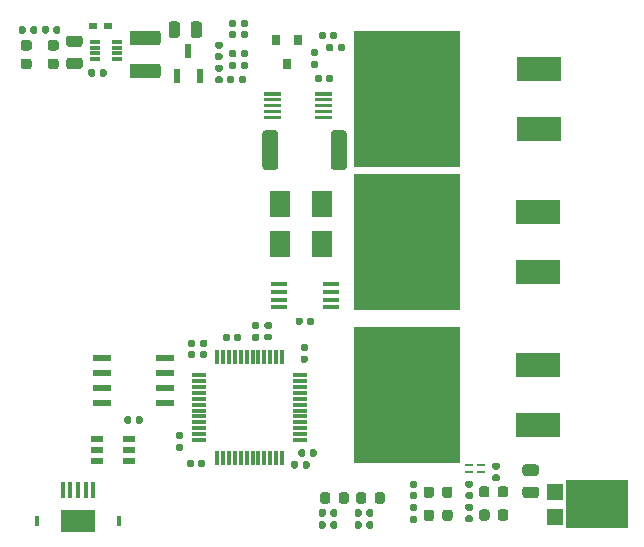
<source format=gbr>
G04 #@! TF.GenerationSoftware,KiCad,Pcbnew,5.1.6-c6e7f7d~87~ubuntu19.10.1*
G04 #@! TF.CreationDate,2021-03-17T15:36:07-04:00*
G04 #@! TF.ProjectId,icarus,69636172-7573-42e6-9b69-6361645f7063,V1.0*
G04 #@! TF.SameCoordinates,Original*
G04 #@! TF.FileFunction,Paste,Top*
G04 #@! TF.FilePolarity,Positive*
%FSLAX46Y46*%
G04 Gerber Fmt 4.6, Leading zero omitted, Abs format (unit mm)*
G04 Created by KiCad (PCBNEW 5.1.6-c6e7f7d~87~ubuntu19.10.1) date 2021-03-17 15:36:07*
%MOMM*%
%LPD*%
G01*
G04 APERTURE LIST*
%ADD10R,1.193800X0.304800*%
%ADD11R,0.304800X1.193800*%
%ADD12R,1.549400X0.609600*%
%ADD13R,3.810000X2.006600*%
%ADD14R,8.991600X11.506200*%
%ADD15R,0.762000X0.254000*%
%ADD16R,0.400000X1.350000*%
%ADD17R,2.900000X1.900000*%
%ADD18R,0.300000X0.850000*%
%ADD19R,1.651000X2.184400*%
%ADD20R,0.700000X0.500000*%
%ADD21R,0.800000X0.900000*%
%ADD22R,0.600000X1.300000*%
%ADD23R,0.850000X0.300000*%
%ADD24R,5.308600X4.140200*%
%ADD25R,1.346200X1.346200*%
%ADD26R,1.397000X0.431800*%
%ADD27R,1.000000X0.550000*%
G04 APERTURE END LIST*
D10*
G04 #@! TO.C,U2*
X142349999Y-116050000D03*
X142349999Y-115550001D03*
X142349999Y-115049999D03*
X142349999Y-114550000D03*
X142349999Y-114050001D03*
X142349999Y-113550000D03*
X142349999Y-113050000D03*
X142349999Y-112549999D03*
X142349999Y-112050000D03*
X142349999Y-111550001D03*
X142349999Y-111049999D03*
X142349999Y-110550000D03*
D11*
X140850000Y-109050001D03*
X140350001Y-109050001D03*
X139849999Y-109050001D03*
X139350000Y-109050001D03*
X138850001Y-109050001D03*
X138350000Y-109050001D03*
X137850000Y-109050001D03*
X137349999Y-109050001D03*
X136850000Y-109050001D03*
X136350001Y-109050001D03*
X135849999Y-109050001D03*
X135350000Y-109050001D03*
D10*
X133850001Y-110550000D03*
X133850001Y-111049999D03*
X133850001Y-111550001D03*
X133850001Y-112050000D03*
X133850001Y-112549999D03*
X133850001Y-113050000D03*
X133850001Y-113550000D03*
X133850001Y-114050001D03*
X133850001Y-114550000D03*
X133850001Y-115049999D03*
X133850001Y-115550001D03*
X133850001Y-116050000D03*
D11*
X135350000Y-117549999D03*
X135849999Y-117549999D03*
X136350001Y-117549999D03*
X136850000Y-117549999D03*
X137349999Y-117549999D03*
X137850000Y-117549999D03*
X138350000Y-117549999D03*
X138850001Y-117549999D03*
X139350000Y-117549999D03*
X139849999Y-117549999D03*
X140350001Y-117549999D03*
X140850000Y-117549999D03*
G04 #@! TD*
G04 #@! TO.C,R15*
G36*
G01*
X145185000Y-82652500D02*
X145185000Y-82997500D01*
G75*
G02*
X145037500Y-83145000I-147500J0D01*
G01*
X144742500Y-83145000D01*
G75*
G02*
X144595000Y-82997500I0J147500D01*
G01*
X144595000Y-82652500D01*
G75*
G02*
X144742500Y-82505000I147500J0D01*
G01*
X145037500Y-82505000D01*
G75*
G02*
X145185000Y-82652500I0J-147500D01*
G01*
G37*
G36*
G01*
X146155000Y-82652500D02*
X146155000Y-82997500D01*
G75*
G02*
X146007500Y-83145000I-147500J0D01*
G01*
X145712500Y-83145000D01*
G75*
G02*
X145565000Y-82997500I0J147500D01*
G01*
X145565000Y-82652500D01*
G75*
G02*
X145712500Y-82505000I147500J0D01*
G01*
X146007500Y-82505000D01*
G75*
G02*
X146155000Y-82652500I0J-147500D01*
G01*
G37*
G04 #@! TD*
G04 #@! TO.C,R7*
G36*
G01*
X137497500Y-80455000D02*
X137842500Y-80455000D01*
G75*
G02*
X137990000Y-80602500I0J-147500D01*
G01*
X137990000Y-80897500D01*
G75*
G02*
X137842500Y-81045000I-147500J0D01*
G01*
X137497500Y-81045000D01*
G75*
G02*
X137350000Y-80897500I0J147500D01*
G01*
X137350000Y-80602500D01*
G75*
G02*
X137497500Y-80455000I147500J0D01*
G01*
G37*
G36*
G01*
X137497500Y-81425000D02*
X137842500Y-81425000D01*
G75*
G02*
X137990000Y-81572500I0J-147500D01*
G01*
X137990000Y-81867500D01*
G75*
G02*
X137842500Y-82015000I-147500J0D01*
G01*
X137497500Y-82015000D01*
G75*
G02*
X137350000Y-81867500I0J147500D01*
G01*
X137350000Y-81572500D01*
G75*
G02*
X137497500Y-81425000I147500J0D01*
G01*
G37*
G04 #@! TD*
G04 #@! TO.C,R16*
G36*
G01*
X136842500Y-83635000D02*
X136497500Y-83635000D01*
G75*
G02*
X136350000Y-83487500I0J147500D01*
G01*
X136350000Y-83192500D01*
G75*
G02*
X136497500Y-83045000I147500J0D01*
G01*
X136842500Y-83045000D01*
G75*
G02*
X136990000Y-83192500I0J-147500D01*
G01*
X136990000Y-83487500D01*
G75*
G02*
X136842500Y-83635000I-147500J0D01*
G01*
G37*
G36*
G01*
X136842500Y-84605000D02*
X136497500Y-84605000D01*
G75*
G02*
X136350000Y-84457500I0J147500D01*
G01*
X136350000Y-84162500D01*
G75*
G02*
X136497500Y-84015000I147500J0D01*
G01*
X136842500Y-84015000D01*
G75*
G02*
X136990000Y-84162500I0J-147500D01*
G01*
X136990000Y-84457500D01*
G75*
G02*
X136842500Y-84605000I-147500J0D01*
G01*
G37*
G04 #@! TD*
G04 #@! TO.C,R9*
G36*
G01*
X136832500Y-82015000D02*
X136487500Y-82015000D01*
G75*
G02*
X136340000Y-81867500I0J147500D01*
G01*
X136340000Y-81572500D01*
G75*
G02*
X136487500Y-81425000I147500J0D01*
G01*
X136832500Y-81425000D01*
G75*
G02*
X136980000Y-81572500I0J-147500D01*
G01*
X136980000Y-81867500D01*
G75*
G02*
X136832500Y-82015000I-147500J0D01*
G01*
G37*
G36*
G01*
X136832500Y-81045000D02*
X136487500Y-81045000D01*
G75*
G02*
X136340000Y-80897500I0J147500D01*
G01*
X136340000Y-80602500D01*
G75*
G02*
X136487500Y-80455000I147500J0D01*
G01*
X136832500Y-80455000D01*
G75*
G02*
X136980000Y-80602500I0J-147500D01*
G01*
X136980000Y-80897500D01*
G75*
G02*
X136832500Y-81045000I-147500J0D01*
G01*
G37*
G04 #@! TD*
G04 #@! TO.C,C14*
G36*
G01*
X137180000Y-85682500D02*
X137180000Y-85337500D01*
G75*
G02*
X137327500Y-85190000I147500J0D01*
G01*
X137622500Y-85190000D01*
G75*
G02*
X137770000Y-85337500I0J-147500D01*
G01*
X137770000Y-85682500D01*
G75*
G02*
X137622500Y-85830000I-147500J0D01*
G01*
X137327500Y-85830000D01*
G75*
G02*
X137180000Y-85682500I0J147500D01*
G01*
G37*
G36*
G01*
X136210000Y-85682500D02*
X136210000Y-85337500D01*
G75*
G02*
X136357500Y-85190000I147500J0D01*
G01*
X136652500Y-85190000D01*
G75*
G02*
X136800000Y-85337500I0J-147500D01*
G01*
X136800000Y-85682500D01*
G75*
G02*
X136652500Y-85830000I-147500J0D01*
G01*
X136357500Y-85830000D01*
G75*
G02*
X136210000Y-85682500I0J147500D01*
G01*
G37*
G04 #@! TD*
G04 #@! TO.C,R14*
G36*
G01*
X137497500Y-83050000D02*
X137842500Y-83050000D01*
G75*
G02*
X137990000Y-83197500I0J-147500D01*
G01*
X137990000Y-83492500D01*
G75*
G02*
X137842500Y-83640000I-147500J0D01*
G01*
X137497500Y-83640000D01*
G75*
G02*
X137350000Y-83492500I0J147500D01*
G01*
X137350000Y-83197500D01*
G75*
G02*
X137497500Y-83050000I147500J0D01*
G01*
G37*
G36*
G01*
X137497500Y-84020000D02*
X137842500Y-84020000D01*
G75*
G02*
X137990000Y-84167500I0J-147500D01*
G01*
X137990000Y-84462500D01*
G75*
G02*
X137842500Y-84610000I-147500J0D01*
G01*
X137497500Y-84610000D01*
G75*
G02*
X137350000Y-84462500I0J147500D01*
G01*
X137350000Y-84167500D01*
G75*
G02*
X137497500Y-84020000I147500J0D01*
G01*
G37*
G04 #@! TD*
D12*
G04 #@! TO.C,U3*
X130970000Y-112945000D03*
X130970000Y-111675000D03*
X130970000Y-110405000D03*
X130970000Y-109135000D03*
X125570000Y-109135000D03*
X125570000Y-110405000D03*
X125570000Y-111675000D03*
X125570000Y-112945000D03*
G04 #@! TD*
D13*
G04 #@! TO.C,MOSFET5*
X162530399Y-101845000D03*
X162530399Y-96765000D03*
D14*
X151430398Y-99305000D03*
G04 #@! TD*
D13*
G04 #@! TO.C,MOSFET1*
X162505001Y-114765000D03*
X162505001Y-109685000D03*
D14*
X151405000Y-112225000D03*
G04 #@! TD*
D15*
G04 #@! TO.C,U15*
X156694400Y-118170000D03*
X156694400Y-118728800D03*
X157685000Y-118728800D03*
X157685000Y-118170000D03*
G04 #@! TD*
G04 #@! TO.C,C17*
G36*
G01*
X158772500Y-118940000D02*
X159117500Y-118940000D01*
G75*
G02*
X159265000Y-119087500I0J-147500D01*
G01*
X159265000Y-119382500D01*
G75*
G02*
X159117500Y-119530000I-147500J0D01*
G01*
X158772500Y-119530000D01*
G75*
G02*
X158625000Y-119382500I0J147500D01*
G01*
X158625000Y-119087500D01*
G75*
G02*
X158772500Y-118940000I147500J0D01*
G01*
G37*
G36*
G01*
X158772500Y-117970000D02*
X159117500Y-117970000D01*
G75*
G02*
X159265000Y-118117500I0J-147500D01*
G01*
X159265000Y-118412500D01*
G75*
G02*
X159117500Y-118560000I-147500J0D01*
G01*
X158772500Y-118560000D01*
G75*
G02*
X158625000Y-118412500I0J147500D01*
G01*
X158625000Y-118117500D01*
G75*
G02*
X158772500Y-117970000I147500J0D01*
G01*
G37*
G04 #@! TD*
D16*
G04 #@! TO.C,J4*
X122280000Y-120255000D03*
X122930000Y-120255000D03*
X123580000Y-120255000D03*
X124880000Y-120255000D03*
X124230000Y-120255000D03*
D17*
X123580000Y-122930000D03*
D18*
X127080000Y-122930000D03*
X120080000Y-122930000D03*
G04 #@! TD*
G04 #@! TO.C,U8*
G36*
G01*
X139305000Y-86845000D02*
X139305000Y-86635000D01*
G75*
G02*
X139340000Y-86600000I35000J0D01*
G01*
X140740000Y-86600000D01*
G75*
G02*
X140775000Y-86635000I0J-35000D01*
G01*
X140775000Y-86845000D01*
G75*
G02*
X140740000Y-86880000I-35000J0D01*
G01*
X139340000Y-86880000D01*
G75*
G02*
X139305000Y-86845000I0J35000D01*
G01*
G37*
G36*
G01*
X139305000Y-87345000D02*
X139305000Y-87135000D01*
G75*
G02*
X139340000Y-87100000I35000J0D01*
G01*
X140740000Y-87100000D01*
G75*
G02*
X140775000Y-87135000I0J-35000D01*
G01*
X140775000Y-87345000D01*
G75*
G02*
X140740000Y-87380000I-35000J0D01*
G01*
X139340000Y-87380000D01*
G75*
G02*
X139305000Y-87345000I0J35000D01*
G01*
G37*
G36*
G01*
X139305000Y-87845000D02*
X139305000Y-87635000D01*
G75*
G02*
X139340000Y-87600000I35000J0D01*
G01*
X140740000Y-87600000D01*
G75*
G02*
X140775000Y-87635000I0J-35000D01*
G01*
X140775000Y-87845000D01*
G75*
G02*
X140740000Y-87880000I-35000J0D01*
G01*
X139340000Y-87880000D01*
G75*
G02*
X139305000Y-87845000I0J35000D01*
G01*
G37*
G36*
G01*
X139305000Y-88345000D02*
X139305000Y-88135000D01*
G75*
G02*
X139340000Y-88100000I35000J0D01*
G01*
X140740000Y-88100000D01*
G75*
G02*
X140775000Y-88135000I0J-35000D01*
G01*
X140775000Y-88345000D01*
G75*
G02*
X140740000Y-88380000I-35000J0D01*
G01*
X139340000Y-88380000D01*
G75*
G02*
X139305000Y-88345000I0J35000D01*
G01*
G37*
G36*
G01*
X139305000Y-88845000D02*
X139305000Y-88635000D01*
G75*
G02*
X139340000Y-88600000I35000J0D01*
G01*
X140740000Y-88600000D01*
G75*
G02*
X140775000Y-88635000I0J-35000D01*
G01*
X140775000Y-88845000D01*
G75*
G02*
X140740000Y-88880000I-35000J0D01*
G01*
X139340000Y-88880000D01*
G75*
G02*
X139305000Y-88845000I0J35000D01*
G01*
G37*
G36*
G01*
X143605000Y-88845000D02*
X143605000Y-88635000D01*
G75*
G02*
X143640000Y-88600000I35000J0D01*
G01*
X145040000Y-88600000D01*
G75*
G02*
X145075000Y-88635000I0J-35000D01*
G01*
X145075000Y-88845000D01*
G75*
G02*
X145040000Y-88880000I-35000J0D01*
G01*
X143640000Y-88880000D01*
G75*
G02*
X143605000Y-88845000I0J35000D01*
G01*
G37*
G36*
G01*
X143605000Y-88345000D02*
X143605000Y-88135000D01*
G75*
G02*
X143640000Y-88100000I35000J0D01*
G01*
X145040000Y-88100000D01*
G75*
G02*
X145075000Y-88135000I0J-35000D01*
G01*
X145075000Y-88345000D01*
G75*
G02*
X145040000Y-88380000I-35000J0D01*
G01*
X143640000Y-88380000D01*
G75*
G02*
X143605000Y-88345000I0J35000D01*
G01*
G37*
G36*
G01*
X143605000Y-87845000D02*
X143605000Y-87635000D01*
G75*
G02*
X143640000Y-87600000I35000J0D01*
G01*
X145040000Y-87600000D01*
G75*
G02*
X145075000Y-87635000I0J-35000D01*
G01*
X145075000Y-87845000D01*
G75*
G02*
X145040000Y-87880000I-35000J0D01*
G01*
X143640000Y-87880000D01*
G75*
G02*
X143605000Y-87845000I0J35000D01*
G01*
G37*
G36*
G01*
X143605000Y-87345000D02*
X143605000Y-87135000D01*
G75*
G02*
X143640000Y-87100000I35000J0D01*
G01*
X145040000Y-87100000D01*
G75*
G02*
X145075000Y-87135000I0J-35000D01*
G01*
X145075000Y-87345000D01*
G75*
G02*
X145040000Y-87380000I-35000J0D01*
G01*
X143640000Y-87380000D01*
G75*
G02*
X143605000Y-87345000I0J35000D01*
G01*
G37*
G36*
G01*
X143605000Y-86845000D02*
X143605000Y-86635000D01*
G75*
G02*
X143640000Y-86600000I35000J0D01*
G01*
X145040000Y-86600000D01*
G75*
G02*
X145075000Y-86635000I0J-35000D01*
G01*
X145075000Y-86845000D01*
G75*
G02*
X145040000Y-86880000I-35000J0D01*
G01*
X143640000Y-86880000D01*
G75*
G02*
X143605000Y-86845000I0J35000D01*
G01*
G37*
G04 #@! TD*
G04 #@! TO.C,C1*
G36*
G01*
X127490000Y-114532500D02*
X127490000Y-114187500D01*
G75*
G02*
X127637500Y-114040000I147500J0D01*
G01*
X127932500Y-114040000D01*
G75*
G02*
X128080000Y-114187500I0J-147500D01*
G01*
X128080000Y-114532500D01*
G75*
G02*
X127932500Y-114680000I-147500J0D01*
G01*
X127637500Y-114680000D01*
G75*
G02*
X127490000Y-114532500I0J147500D01*
G01*
G37*
G36*
G01*
X128460000Y-114532500D02*
X128460000Y-114187500D01*
G75*
G02*
X128607500Y-114040000I147500J0D01*
G01*
X128902500Y-114040000D01*
G75*
G02*
X129050000Y-114187500I0J-147500D01*
G01*
X129050000Y-114532500D01*
G75*
G02*
X128902500Y-114680000I-147500J0D01*
G01*
X128607500Y-114680000D01*
G75*
G02*
X128460000Y-114532500I0J147500D01*
G01*
G37*
G04 #@! TD*
G04 #@! TO.C,C2*
G36*
G01*
X133110000Y-81756250D02*
X133110000Y-80843750D01*
G75*
G02*
X133353750Y-80600000I243750J0D01*
G01*
X133841250Y-80600000D01*
G75*
G02*
X134085000Y-80843750I0J-243750D01*
G01*
X134085000Y-81756250D01*
G75*
G02*
X133841250Y-82000000I-243750J0D01*
G01*
X133353750Y-82000000D01*
G75*
G02*
X133110000Y-81756250I0J243750D01*
G01*
G37*
G36*
G01*
X131235000Y-81756250D02*
X131235000Y-80843750D01*
G75*
G02*
X131478750Y-80600000I243750J0D01*
G01*
X131966250Y-80600000D01*
G75*
G02*
X132210000Y-80843750I0J-243750D01*
G01*
X132210000Y-81756250D01*
G75*
G02*
X131966250Y-82000000I-243750J0D01*
G01*
X131478750Y-82000000D01*
G75*
G02*
X131235000Y-81756250I0J243750D01*
G01*
G37*
G04 #@! TD*
G04 #@! TO.C,C3*
G36*
G01*
X124435000Y-85122500D02*
X124435000Y-84777500D01*
G75*
G02*
X124582500Y-84630000I147500J0D01*
G01*
X124877500Y-84630000D01*
G75*
G02*
X125025000Y-84777500I0J-147500D01*
G01*
X125025000Y-85122500D01*
G75*
G02*
X124877500Y-85270000I-147500J0D01*
G01*
X124582500Y-85270000D01*
G75*
G02*
X124435000Y-85122500I0J147500D01*
G01*
G37*
G36*
G01*
X125405000Y-85122500D02*
X125405000Y-84777500D01*
G75*
G02*
X125552500Y-84630000I147500J0D01*
G01*
X125847500Y-84630000D01*
G75*
G02*
X125995000Y-84777500I0J-147500D01*
G01*
X125995000Y-85122500D01*
G75*
G02*
X125847500Y-85270000I-147500J0D01*
G01*
X125552500Y-85270000D01*
G75*
G02*
X125405000Y-85122500I0J147500D01*
G01*
G37*
G04 #@! TD*
G04 #@! TO.C,C4*
G36*
G01*
X123716250Y-84645000D02*
X122803750Y-84645000D01*
G75*
G02*
X122560000Y-84401250I0J243750D01*
G01*
X122560000Y-83913750D01*
G75*
G02*
X122803750Y-83670000I243750J0D01*
G01*
X123716250Y-83670000D01*
G75*
G02*
X123960000Y-83913750I0J-243750D01*
G01*
X123960000Y-84401250D01*
G75*
G02*
X123716250Y-84645000I-243750J0D01*
G01*
G37*
G36*
G01*
X123716250Y-82770000D02*
X122803750Y-82770000D01*
G75*
G02*
X122560000Y-82526250I0J243750D01*
G01*
X122560000Y-82038750D01*
G75*
G02*
X122803750Y-81795000I243750J0D01*
G01*
X123716250Y-81795000D01*
G75*
G02*
X123960000Y-82038750I0J-243750D01*
G01*
X123960000Y-82526250D01*
G75*
G02*
X123716250Y-82770000I-243750J0D01*
G01*
G37*
G04 #@! TD*
G04 #@! TO.C,C6*
G36*
G01*
X144210000Y-85277500D02*
X144210000Y-85622500D01*
G75*
G02*
X144062500Y-85770000I-147500J0D01*
G01*
X143767500Y-85770000D01*
G75*
G02*
X143620000Y-85622500I0J147500D01*
G01*
X143620000Y-85277500D01*
G75*
G02*
X143767500Y-85130000I147500J0D01*
G01*
X144062500Y-85130000D01*
G75*
G02*
X144210000Y-85277500I0J-147500D01*
G01*
G37*
G36*
G01*
X145180000Y-85277500D02*
X145180000Y-85622500D01*
G75*
G02*
X145032500Y-85770000I-147500J0D01*
G01*
X144737500Y-85770000D01*
G75*
G02*
X144590000Y-85622500I0J147500D01*
G01*
X144590000Y-85277500D01*
G75*
G02*
X144737500Y-85130000I147500J0D01*
G01*
X145032500Y-85130000D01*
G75*
G02*
X145180000Y-85277500I0J-147500D01*
G01*
G37*
G04 #@! TD*
G04 #@! TO.C,C7*
G36*
G01*
X161443750Y-118112500D02*
X162356250Y-118112500D01*
G75*
G02*
X162600000Y-118356250I0J-243750D01*
G01*
X162600000Y-118843750D01*
G75*
G02*
X162356250Y-119087500I-243750J0D01*
G01*
X161443750Y-119087500D01*
G75*
G02*
X161200000Y-118843750I0J243750D01*
G01*
X161200000Y-118356250D01*
G75*
G02*
X161443750Y-118112500I243750J0D01*
G01*
G37*
G36*
G01*
X161443750Y-119987500D02*
X162356250Y-119987500D01*
G75*
G02*
X162600000Y-120231250I0J-243750D01*
G01*
X162600000Y-120718750D01*
G75*
G02*
X162356250Y-120962500I-243750J0D01*
G01*
X161443750Y-120962500D01*
G75*
G02*
X161200000Y-120718750I0J243750D01*
G01*
X161200000Y-120231250D01*
G75*
G02*
X161443750Y-119987500I243750J0D01*
G01*
G37*
G04 #@! TD*
G04 #@! TO.C,C8*
G36*
G01*
X136805000Y-107522500D02*
X136805000Y-107177500D01*
G75*
G02*
X136952500Y-107030000I147500J0D01*
G01*
X137247500Y-107030000D01*
G75*
G02*
X137395000Y-107177500I0J-147500D01*
G01*
X137395000Y-107522500D01*
G75*
G02*
X137247500Y-107670000I-147500J0D01*
G01*
X136952500Y-107670000D01*
G75*
G02*
X136805000Y-107522500I0J147500D01*
G01*
G37*
G36*
G01*
X135835000Y-107522500D02*
X135835000Y-107177500D01*
G75*
G02*
X135982500Y-107030000I147500J0D01*
G01*
X136277500Y-107030000D01*
G75*
G02*
X136425000Y-107177500I0J-147500D01*
G01*
X136425000Y-107522500D01*
G75*
G02*
X136277500Y-107670000I-147500J0D01*
G01*
X135982500Y-107670000D01*
G75*
G02*
X135835000Y-107522500I0J147500D01*
G01*
G37*
G04 #@! TD*
G04 #@! TO.C,C9*
G36*
G01*
X143185000Y-117312500D02*
X143185000Y-116967500D01*
G75*
G02*
X143332500Y-116820000I147500J0D01*
G01*
X143627500Y-116820000D01*
G75*
G02*
X143775000Y-116967500I0J-147500D01*
G01*
X143775000Y-117312500D01*
G75*
G02*
X143627500Y-117460000I-147500J0D01*
G01*
X143332500Y-117460000D01*
G75*
G02*
X143185000Y-117312500I0J147500D01*
G01*
G37*
G36*
G01*
X142215000Y-117312500D02*
X142215000Y-116967500D01*
G75*
G02*
X142362500Y-116820000I147500J0D01*
G01*
X142657500Y-116820000D01*
G75*
G02*
X142805000Y-116967500I0J-147500D01*
G01*
X142805000Y-117312500D01*
G75*
G02*
X142657500Y-117460000I-147500J0D01*
G01*
X142362500Y-117460000D01*
G75*
G02*
X142215000Y-117312500I0J147500D01*
G01*
G37*
G04 #@! TD*
G04 #@! TO.C,C10*
G36*
G01*
X134372500Y-109095000D02*
X134027500Y-109095000D01*
G75*
G02*
X133880000Y-108947500I0J147500D01*
G01*
X133880000Y-108652500D01*
G75*
G02*
X134027500Y-108505000I147500J0D01*
G01*
X134372500Y-108505000D01*
G75*
G02*
X134520000Y-108652500I0J-147500D01*
G01*
X134520000Y-108947500D01*
G75*
G02*
X134372500Y-109095000I-147500J0D01*
G01*
G37*
G36*
G01*
X134372500Y-108125000D02*
X134027500Y-108125000D01*
G75*
G02*
X133880000Y-107977500I0J147500D01*
G01*
X133880000Y-107682500D01*
G75*
G02*
X134027500Y-107535000I147500J0D01*
G01*
X134372500Y-107535000D01*
G75*
G02*
X134520000Y-107682500I0J-147500D01*
G01*
X134520000Y-107977500D01*
G75*
G02*
X134372500Y-108125000I-147500J0D01*
G01*
G37*
G04 #@! TD*
G04 #@! TO.C,C11*
G36*
G01*
X133352500Y-108125000D02*
X133007500Y-108125000D01*
G75*
G02*
X132860000Y-107977500I0J147500D01*
G01*
X132860000Y-107682500D01*
G75*
G02*
X133007500Y-107535000I147500J0D01*
G01*
X133352500Y-107535000D01*
G75*
G02*
X133500000Y-107682500I0J-147500D01*
G01*
X133500000Y-107977500D01*
G75*
G02*
X133352500Y-108125000I-147500J0D01*
G01*
G37*
G36*
G01*
X133352500Y-109095000D02*
X133007500Y-109095000D01*
G75*
G02*
X132860000Y-108947500I0J147500D01*
G01*
X132860000Y-108652500D01*
G75*
G02*
X133007500Y-108505000I147500J0D01*
G01*
X133352500Y-108505000D01*
G75*
G02*
X133500000Y-108652500I0J-147500D01*
G01*
X133500000Y-108947500D01*
G75*
G02*
X133352500Y-109095000I-147500J0D01*
G01*
G37*
G04 #@! TD*
G04 #@! TO.C,C12*
G36*
G01*
X132332500Y-116950000D02*
X131987500Y-116950000D01*
G75*
G02*
X131840000Y-116802500I0J147500D01*
G01*
X131840000Y-116507500D01*
G75*
G02*
X131987500Y-116360000I147500J0D01*
G01*
X132332500Y-116360000D01*
G75*
G02*
X132480000Y-116507500I0J-147500D01*
G01*
X132480000Y-116802500D01*
G75*
G02*
X132332500Y-116950000I-147500J0D01*
G01*
G37*
G36*
G01*
X132332500Y-115980000D02*
X131987500Y-115980000D01*
G75*
G02*
X131840000Y-115832500I0J147500D01*
G01*
X131840000Y-115537500D01*
G75*
G02*
X131987500Y-115390000I147500J0D01*
G01*
X132332500Y-115390000D01*
G75*
G02*
X132480000Y-115537500I0J-147500D01*
G01*
X132480000Y-115832500D01*
G75*
G02*
X132332500Y-115980000I-147500J0D01*
G01*
G37*
G04 #@! TD*
G04 #@! TO.C,C13*
G36*
G01*
X141615000Y-118312500D02*
X141615000Y-117967500D01*
G75*
G02*
X141762500Y-117820000I147500J0D01*
G01*
X142057500Y-117820000D01*
G75*
G02*
X142205000Y-117967500I0J-147500D01*
G01*
X142205000Y-118312500D01*
G75*
G02*
X142057500Y-118460000I-147500J0D01*
G01*
X141762500Y-118460000D01*
G75*
G02*
X141615000Y-118312500I0J147500D01*
G01*
G37*
G36*
G01*
X142585000Y-118312500D02*
X142585000Y-117967500D01*
G75*
G02*
X142732500Y-117820000I147500J0D01*
G01*
X143027500Y-117820000D01*
G75*
G02*
X143175000Y-117967500I0J-147500D01*
G01*
X143175000Y-118312500D01*
G75*
G02*
X143027500Y-118460000I-147500J0D01*
G01*
X142732500Y-118460000D01*
G75*
G02*
X142585000Y-118312500I0J147500D01*
G01*
G37*
G04 #@! TD*
G04 #@! TO.C,C15*
G36*
G01*
X142000000Y-106162500D02*
X142000000Y-105817500D01*
G75*
G02*
X142147500Y-105670000I147500J0D01*
G01*
X142442500Y-105670000D01*
G75*
G02*
X142590000Y-105817500I0J-147500D01*
G01*
X142590000Y-106162500D01*
G75*
G02*
X142442500Y-106310000I-147500J0D01*
G01*
X142147500Y-106310000D01*
G75*
G02*
X142000000Y-106162500I0J147500D01*
G01*
G37*
G36*
G01*
X142970000Y-106162500D02*
X142970000Y-105817500D01*
G75*
G02*
X143117500Y-105670000I147500J0D01*
G01*
X143412500Y-105670000D01*
G75*
G02*
X143560000Y-105817500I0J-147500D01*
G01*
X143560000Y-106162500D01*
G75*
G02*
X143412500Y-106310000I-147500J0D01*
G01*
X143117500Y-106310000D01*
G75*
G02*
X142970000Y-106162500I0J147500D01*
G01*
G37*
G04 #@! TD*
G04 #@! TO.C,C16*
G36*
G01*
X139847500Y-107615000D02*
X139502500Y-107615000D01*
G75*
G02*
X139355000Y-107467500I0J147500D01*
G01*
X139355000Y-107172500D01*
G75*
G02*
X139502500Y-107025000I147500J0D01*
G01*
X139847500Y-107025000D01*
G75*
G02*
X139995000Y-107172500I0J-147500D01*
G01*
X139995000Y-107467500D01*
G75*
G02*
X139847500Y-107615000I-147500J0D01*
G01*
G37*
G36*
G01*
X139847500Y-106645000D02*
X139502500Y-106645000D01*
G75*
G02*
X139355000Y-106497500I0J147500D01*
G01*
X139355000Y-106202500D01*
G75*
G02*
X139502500Y-106055000I147500J0D01*
G01*
X139847500Y-106055000D01*
G75*
G02*
X139995000Y-106202500I0J-147500D01*
G01*
X139995000Y-106497500D01*
G75*
G02*
X139847500Y-106645000I-147500J0D01*
G01*
G37*
G04 #@! TD*
G04 #@! TO.C,C18*
G36*
G01*
X147975000Y-123422500D02*
X147975000Y-123077500D01*
G75*
G02*
X148122500Y-122930000I147500J0D01*
G01*
X148417500Y-122930000D01*
G75*
G02*
X148565000Y-123077500I0J-147500D01*
G01*
X148565000Y-123422500D01*
G75*
G02*
X148417500Y-123570000I-147500J0D01*
G01*
X148122500Y-123570000D01*
G75*
G02*
X147975000Y-123422500I0J147500D01*
G01*
G37*
G36*
G01*
X147005000Y-123422500D02*
X147005000Y-123077500D01*
G75*
G02*
X147152500Y-122930000I147500J0D01*
G01*
X147447500Y-122930000D01*
G75*
G02*
X147595000Y-123077500I0J-147500D01*
G01*
X147595000Y-123422500D01*
G75*
G02*
X147447500Y-123570000I-147500J0D01*
G01*
X147152500Y-123570000D01*
G75*
G02*
X147005000Y-123422500I0J147500D01*
G01*
G37*
G04 #@! TD*
G04 #@! TO.C,C19*
G36*
G01*
X144940000Y-123412500D02*
X144940000Y-123067500D01*
G75*
G02*
X145087500Y-122920000I147500J0D01*
G01*
X145382500Y-122920000D01*
G75*
G02*
X145530000Y-123067500I0J-147500D01*
G01*
X145530000Y-123412500D01*
G75*
G02*
X145382500Y-123560000I-147500J0D01*
G01*
X145087500Y-123560000D01*
G75*
G02*
X144940000Y-123412500I0J147500D01*
G01*
G37*
G36*
G01*
X143970000Y-123412500D02*
X143970000Y-123067500D01*
G75*
G02*
X144117500Y-122920000I147500J0D01*
G01*
X144412500Y-122920000D01*
G75*
G02*
X144560000Y-123067500I0J-147500D01*
G01*
X144560000Y-123412500D01*
G75*
G02*
X144412500Y-123560000I-147500J0D01*
G01*
X144117500Y-123560000D01*
G75*
G02*
X143970000Y-123412500I0J147500D01*
G01*
G37*
G04 #@! TD*
D19*
G04 #@! TO.C,CR1*
X144190000Y-96068200D03*
X144190000Y-99471800D03*
G04 #@! TD*
G04 #@! TO.C,CR2*
X140700000Y-99451800D03*
X140700000Y-96048200D03*
G04 #@! TD*
D20*
G04 #@! TO.C,D1*
X124840000Y-81010000D03*
X126140000Y-81010000D03*
G04 #@! TD*
G04 #@! TO.C,D2*
G36*
G01*
X121213750Y-83762500D02*
X121726250Y-83762500D01*
G75*
G02*
X121945000Y-83981250I0J-218750D01*
G01*
X121945000Y-84418750D01*
G75*
G02*
X121726250Y-84637500I-218750J0D01*
G01*
X121213750Y-84637500D01*
G75*
G02*
X120995000Y-84418750I0J218750D01*
G01*
X120995000Y-83981250D01*
G75*
G02*
X121213750Y-83762500I218750J0D01*
G01*
G37*
G36*
G01*
X121213750Y-82187500D02*
X121726250Y-82187500D01*
G75*
G02*
X121945000Y-82406250I0J-218750D01*
G01*
X121945000Y-82843750D01*
G75*
G02*
X121726250Y-83062500I-218750J0D01*
G01*
X121213750Y-83062500D01*
G75*
G02*
X120995000Y-82843750I0J218750D01*
G01*
X120995000Y-82406250D01*
G75*
G02*
X121213750Y-82187500I218750J0D01*
G01*
G37*
G04 #@! TD*
G04 #@! TO.C,D3*
G36*
G01*
X118923750Y-83762500D02*
X119436250Y-83762500D01*
G75*
G02*
X119655000Y-83981250I0J-218750D01*
G01*
X119655000Y-84418750D01*
G75*
G02*
X119436250Y-84637500I-218750J0D01*
G01*
X118923750Y-84637500D01*
G75*
G02*
X118705000Y-84418750I0J218750D01*
G01*
X118705000Y-83981250D01*
G75*
G02*
X118923750Y-83762500I218750J0D01*
G01*
G37*
G36*
G01*
X118923750Y-82187500D02*
X119436250Y-82187500D01*
G75*
G02*
X119655000Y-82406250I0J-218750D01*
G01*
X119655000Y-82843750D01*
G75*
G02*
X119436250Y-83062500I-218750J0D01*
G01*
X118923750Y-83062500D01*
G75*
G02*
X118705000Y-82843750I0J218750D01*
G01*
X118705000Y-82406250D01*
G75*
G02*
X118923750Y-82187500I218750J0D01*
G01*
G37*
G04 #@! TD*
G04 #@! TO.C,D4*
G36*
G01*
X157537500Y-122646250D02*
X157537500Y-122133750D01*
G75*
G02*
X157756250Y-121915000I218750J0D01*
G01*
X158193750Y-121915000D01*
G75*
G02*
X158412500Y-122133750I0J-218750D01*
G01*
X158412500Y-122646250D01*
G75*
G02*
X158193750Y-122865000I-218750J0D01*
G01*
X157756250Y-122865000D01*
G75*
G02*
X157537500Y-122646250I0J218750D01*
G01*
G37*
G36*
G01*
X159112500Y-122646250D02*
X159112500Y-122133750D01*
G75*
G02*
X159331250Y-121915000I218750J0D01*
G01*
X159768750Y-121915000D01*
G75*
G02*
X159987500Y-122133750I0J-218750D01*
G01*
X159987500Y-122646250D01*
G75*
G02*
X159768750Y-122865000I-218750J0D01*
G01*
X159331250Y-122865000D01*
G75*
G02*
X159112500Y-122646250I0J218750D01*
G01*
G37*
G04 #@! TD*
G04 #@! TO.C,D5*
G36*
G01*
X157532500Y-120686250D02*
X157532500Y-120173750D01*
G75*
G02*
X157751250Y-119955000I218750J0D01*
G01*
X158188750Y-119955000D01*
G75*
G02*
X158407500Y-120173750I0J-218750D01*
G01*
X158407500Y-120686250D01*
G75*
G02*
X158188750Y-120905000I-218750J0D01*
G01*
X157751250Y-120905000D01*
G75*
G02*
X157532500Y-120686250I0J218750D01*
G01*
G37*
G36*
G01*
X159107500Y-120686250D02*
X159107500Y-120173750D01*
G75*
G02*
X159326250Y-119955000I218750J0D01*
G01*
X159763750Y-119955000D01*
G75*
G02*
X159982500Y-120173750I0J-218750D01*
G01*
X159982500Y-120686250D01*
G75*
G02*
X159763750Y-120905000I-218750J0D01*
G01*
X159326250Y-120905000D01*
G75*
G02*
X159107500Y-120686250I0J218750D01*
G01*
G37*
G04 #@! TD*
G04 #@! TO.C,D6*
G36*
G01*
X152832500Y-122676250D02*
X152832500Y-122163750D01*
G75*
G02*
X153051250Y-121945000I218750J0D01*
G01*
X153488750Y-121945000D01*
G75*
G02*
X153707500Y-122163750I0J-218750D01*
G01*
X153707500Y-122676250D01*
G75*
G02*
X153488750Y-122895000I-218750J0D01*
G01*
X153051250Y-122895000D01*
G75*
G02*
X152832500Y-122676250I0J218750D01*
G01*
G37*
G36*
G01*
X154407500Y-122676250D02*
X154407500Y-122163750D01*
G75*
G02*
X154626250Y-121945000I218750J0D01*
G01*
X155063750Y-121945000D01*
G75*
G02*
X155282500Y-122163750I0J-218750D01*
G01*
X155282500Y-122676250D01*
G75*
G02*
X155063750Y-122895000I-218750J0D01*
G01*
X154626250Y-122895000D01*
G75*
G02*
X154407500Y-122676250I0J218750D01*
G01*
G37*
G04 #@! TD*
G04 #@! TO.C,D7*
G36*
G01*
X154402500Y-120716250D02*
X154402500Y-120203750D01*
G75*
G02*
X154621250Y-119985000I218750J0D01*
G01*
X155058750Y-119985000D01*
G75*
G02*
X155277500Y-120203750I0J-218750D01*
G01*
X155277500Y-120716250D01*
G75*
G02*
X155058750Y-120935000I-218750J0D01*
G01*
X154621250Y-120935000D01*
G75*
G02*
X154402500Y-120716250I0J218750D01*
G01*
G37*
G36*
G01*
X152827500Y-120716250D02*
X152827500Y-120203750D01*
G75*
G02*
X153046250Y-119985000I218750J0D01*
G01*
X153483750Y-119985000D01*
G75*
G02*
X153702500Y-120203750I0J-218750D01*
G01*
X153702500Y-120716250D01*
G75*
G02*
X153483750Y-120935000I-218750J0D01*
G01*
X153046250Y-120935000D01*
G75*
G02*
X152827500Y-120716250I0J218750D01*
G01*
G37*
G04 #@! TD*
G04 #@! TO.C,L1*
G36*
G01*
X128185000Y-81375000D02*
X130335000Y-81375000D01*
G75*
G02*
X130585000Y-81625000I0J-250000D01*
G01*
X130585000Y-82375000D01*
G75*
G02*
X130335000Y-82625000I-250000J0D01*
G01*
X128185000Y-82625000D01*
G75*
G02*
X127935000Y-82375000I0J250000D01*
G01*
X127935000Y-81625000D01*
G75*
G02*
X128185000Y-81375000I250000J0D01*
G01*
G37*
G36*
G01*
X128185000Y-84175000D02*
X130335000Y-84175000D01*
G75*
G02*
X130585000Y-84425000I0J-250000D01*
G01*
X130585000Y-85175000D01*
G75*
G02*
X130335000Y-85425000I-250000J0D01*
G01*
X128185000Y-85425000D01*
G75*
G02*
X127935000Y-85175000I0J250000D01*
G01*
X127935000Y-84425000D01*
G75*
G02*
X128185000Y-84175000I250000J0D01*
G01*
G37*
G04 #@! TD*
D21*
G04 #@! TO.C,MOSFET2*
X142200000Y-82200000D03*
X140300000Y-82200000D03*
X141250000Y-84200000D03*
G04 #@! TD*
D14*
G04 #@! TO.C,MOSFET3*
X151460398Y-87200000D03*
D13*
X162560399Y-84660000D03*
X162560399Y-89740000D03*
G04 #@! TD*
D22*
G04 #@! TO.C,MOSFET4*
X132910000Y-83100000D03*
X133860000Y-85200000D03*
X131960000Y-85200000D03*
G04 #@! TD*
G04 #@! TO.C,R2*
G36*
G01*
X143407500Y-83930000D02*
X143752500Y-83930000D01*
G75*
G02*
X143900000Y-84077500I0J-147500D01*
G01*
X143900000Y-84372500D01*
G75*
G02*
X143752500Y-84520000I-147500J0D01*
G01*
X143407500Y-84520000D01*
G75*
G02*
X143260000Y-84372500I0J147500D01*
G01*
X143260000Y-84077500D01*
G75*
G02*
X143407500Y-83930000I147500J0D01*
G01*
G37*
G36*
G01*
X143407500Y-82960000D02*
X143752500Y-82960000D01*
G75*
G02*
X143900000Y-83107500I0J-147500D01*
G01*
X143900000Y-83402500D01*
G75*
G02*
X143752500Y-83550000I-147500J0D01*
G01*
X143407500Y-83550000D01*
G75*
G02*
X143260000Y-83402500I0J147500D01*
G01*
X143260000Y-83107500D01*
G75*
G02*
X143407500Y-82960000I147500J0D01*
G01*
G37*
G04 #@! TD*
G04 #@! TO.C,R3*
G36*
G01*
X135327500Y-82305000D02*
X135672500Y-82305000D01*
G75*
G02*
X135820000Y-82452500I0J-147500D01*
G01*
X135820000Y-82747500D01*
G75*
G02*
X135672500Y-82895000I-147500J0D01*
G01*
X135327500Y-82895000D01*
G75*
G02*
X135180000Y-82747500I0J147500D01*
G01*
X135180000Y-82452500D01*
G75*
G02*
X135327500Y-82305000I147500J0D01*
G01*
G37*
G36*
G01*
X135327500Y-83275000D02*
X135672500Y-83275000D01*
G75*
G02*
X135820000Y-83422500I0J-147500D01*
G01*
X135820000Y-83717500D01*
G75*
G02*
X135672500Y-83865000I-147500J0D01*
G01*
X135327500Y-83865000D01*
G75*
G02*
X135180000Y-83717500I0J147500D01*
G01*
X135180000Y-83422500D01*
G75*
G02*
X135327500Y-83275000I147500J0D01*
G01*
G37*
G04 #@! TD*
G04 #@! TO.C,R4*
G36*
G01*
X122085000Y-81147500D02*
X122085000Y-81492500D01*
G75*
G02*
X121937500Y-81640000I-147500J0D01*
G01*
X121642500Y-81640000D01*
G75*
G02*
X121495000Y-81492500I0J147500D01*
G01*
X121495000Y-81147500D01*
G75*
G02*
X121642500Y-81000000I147500J0D01*
G01*
X121937500Y-81000000D01*
G75*
G02*
X122085000Y-81147500I0J-147500D01*
G01*
G37*
G36*
G01*
X121115000Y-81147500D02*
X121115000Y-81492500D01*
G75*
G02*
X120967500Y-81640000I-147500J0D01*
G01*
X120672500Y-81640000D01*
G75*
G02*
X120525000Y-81492500I0J147500D01*
G01*
X120525000Y-81147500D01*
G75*
G02*
X120672500Y-81000000I147500J0D01*
G01*
X120967500Y-81000000D01*
G75*
G02*
X121115000Y-81147500I0J-147500D01*
G01*
G37*
G04 #@! TD*
G04 #@! TO.C,R5*
G36*
G01*
X119535000Y-81492500D02*
X119535000Y-81147500D01*
G75*
G02*
X119682500Y-81000000I147500J0D01*
G01*
X119977500Y-81000000D01*
G75*
G02*
X120125000Y-81147500I0J-147500D01*
G01*
X120125000Y-81492500D01*
G75*
G02*
X119977500Y-81640000I-147500J0D01*
G01*
X119682500Y-81640000D01*
G75*
G02*
X119535000Y-81492500I0J147500D01*
G01*
G37*
G36*
G01*
X118565000Y-81492500D02*
X118565000Y-81147500D01*
G75*
G02*
X118712500Y-81000000I147500J0D01*
G01*
X119007500Y-81000000D01*
G75*
G02*
X119155000Y-81147500I0J-147500D01*
G01*
X119155000Y-81492500D01*
G75*
G02*
X119007500Y-81640000I-147500J0D01*
G01*
X118712500Y-81640000D01*
G75*
G02*
X118565000Y-81492500I0J147500D01*
G01*
G37*
G04 #@! TD*
G04 #@! TO.C,R6*
G36*
G01*
X144940000Y-81972500D02*
X144940000Y-81627500D01*
G75*
G02*
X145087500Y-81480000I147500J0D01*
G01*
X145382500Y-81480000D01*
G75*
G02*
X145530000Y-81627500I0J-147500D01*
G01*
X145530000Y-81972500D01*
G75*
G02*
X145382500Y-82120000I-147500J0D01*
G01*
X145087500Y-82120000D01*
G75*
G02*
X144940000Y-81972500I0J147500D01*
G01*
G37*
G36*
G01*
X143970000Y-81972500D02*
X143970000Y-81627500D01*
G75*
G02*
X144117500Y-81480000I147500J0D01*
G01*
X144412500Y-81480000D01*
G75*
G02*
X144560000Y-81627500I0J-147500D01*
G01*
X144560000Y-81972500D01*
G75*
G02*
X144412500Y-82120000I-147500J0D01*
G01*
X144117500Y-82120000D01*
G75*
G02*
X143970000Y-81972500I0J147500D01*
G01*
G37*
G04 #@! TD*
G04 #@! TO.C,R8*
G36*
G01*
X135327500Y-85240000D02*
X135672500Y-85240000D01*
G75*
G02*
X135820000Y-85387500I0J-147500D01*
G01*
X135820000Y-85682500D01*
G75*
G02*
X135672500Y-85830000I-147500J0D01*
G01*
X135327500Y-85830000D01*
G75*
G02*
X135180000Y-85682500I0J147500D01*
G01*
X135180000Y-85387500D01*
G75*
G02*
X135327500Y-85240000I147500J0D01*
G01*
G37*
G36*
G01*
X135327500Y-84270000D02*
X135672500Y-84270000D01*
G75*
G02*
X135820000Y-84417500I0J-147500D01*
G01*
X135820000Y-84712500D01*
G75*
G02*
X135672500Y-84860000I-147500J0D01*
G01*
X135327500Y-84860000D01*
G75*
G02*
X135180000Y-84712500I0J147500D01*
G01*
X135180000Y-84417500D01*
G75*
G02*
X135327500Y-84270000I147500J0D01*
G01*
G37*
G04 #@! TD*
G04 #@! TO.C,R10*
G36*
G01*
X156517500Y-121445000D02*
X156862500Y-121445000D01*
G75*
G02*
X157010000Y-121592500I0J-147500D01*
G01*
X157010000Y-121887500D01*
G75*
G02*
X156862500Y-122035000I-147500J0D01*
G01*
X156517500Y-122035000D01*
G75*
G02*
X156370000Y-121887500I0J147500D01*
G01*
X156370000Y-121592500D01*
G75*
G02*
X156517500Y-121445000I147500J0D01*
G01*
G37*
G36*
G01*
X156517500Y-122415000D02*
X156862500Y-122415000D01*
G75*
G02*
X157010000Y-122562500I0J-147500D01*
G01*
X157010000Y-122857500D01*
G75*
G02*
X156862500Y-123005000I-147500J0D01*
G01*
X156517500Y-123005000D01*
G75*
G02*
X156370000Y-122857500I0J147500D01*
G01*
X156370000Y-122562500D01*
G75*
G02*
X156517500Y-122415000I147500J0D01*
G01*
G37*
G04 #@! TD*
G04 #@! TO.C,R11*
G36*
G01*
X156517500Y-119475000D02*
X156862500Y-119475000D01*
G75*
G02*
X157010000Y-119622500I0J-147500D01*
G01*
X157010000Y-119917500D01*
G75*
G02*
X156862500Y-120065000I-147500J0D01*
G01*
X156517500Y-120065000D01*
G75*
G02*
X156370000Y-119917500I0J147500D01*
G01*
X156370000Y-119622500D01*
G75*
G02*
X156517500Y-119475000I147500J0D01*
G01*
G37*
G36*
G01*
X156517500Y-120445000D02*
X156862500Y-120445000D01*
G75*
G02*
X157010000Y-120592500I0J-147500D01*
G01*
X157010000Y-120887500D01*
G75*
G02*
X156862500Y-121035000I-147500J0D01*
G01*
X156517500Y-121035000D01*
G75*
G02*
X156370000Y-120887500I0J147500D01*
G01*
X156370000Y-120592500D01*
G75*
G02*
X156517500Y-120445000I147500J0D01*
G01*
G37*
G04 #@! TD*
G04 #@! TO.C,R12*
G36*
G01*
X151797500Y-121475000D02*
X152142500Y-121475000D01*
G75*
G02*
X152290000Y-121622500I0J-147500D01*
G01*
X152290000Y-121917500D01*
G75*
G02*
X152142500Y-122065000I-147500J0D01*
G01*
X151797500Y-122065000D01*
G75*
G02*
X151650000Y-121917500I0J147500D01*
G01*
X151650000Y-121622500D01*
G75*
G02*
X151797500Y-121475000I147500J0D01*
G01*
G37*
G36*
G01*
X151797500Y-122445000D02*
X152142500Y-122445000D01*
G75*
G02*
X152290000Y-122592500I0J-147500D01*
G01*
X152290000Y-122887500D01*
G75*
G02*
X152142500Y-123035000I-147500J0D01*
G01*
X151797500Y-123035000D01*
G75*
G02*
X151650000Y-122887500I0J147500D01*
G01*
X151650000Y-122592500D01*
G75*
G02*
X151797500Y-122445000I147500J0D01*
G01*
G37*
G04 #@! TD*
G04 #@! TO.C,R13*
G36*
G01*
X151797500Y-119505000D02*
X152142500Y-119505000D01*
G75*
G02*
X152290000Y-119652500I0J-147500D01*
G01*
X152290000Y-119947500D01*
G75*
G02*
X152142500Y-120095000I-147500J0D01*
G01*
X151797500Y-120095000D01*
G75*
G02*
X151650000Y-119947500I0J147500D01*
G01*
X151650000Y-119652500D01*
G75*
G02*
X151797500Y-119505000I147500J0D01*
G01*
G37*
G36*
G01*
X151797500Y-120475000D02*
X152142500Y-120475000D01*
G75*
G02*
X152290000Y-120622500I0J-147500D01*
G01*
X152290000Y-120917500D01*
G75*
G02*
X152142500Y-121065000I-147500J0D01*
G01*
X151797500Y-121065000D01*
G75*
G02*
X151650000Y-120917500I0J147500D01*
G01*
X151650000Y-120622500D01*
G75*
G02*
X151797500Y-120475000I147500J0D01*
G01*
G37*
G04 #@! TD*
G04 #@! TO.C,R19*
G36*
G01*
X149562500Y-120693750D02*
X149562500Y-121206250D01*
G75*
G02*
X149343750Y-121425000I-218750J0D01*
G01*
X148906250Y-121425000D01*
G75*
G02*
X148687500Y-121206250I0J218750D01*
G01*
X148687500Y-120693750D01*
G75*
G02*
X148906250Y-120475000I218750J0D01*
G01*
X149343750Y-120475000D01*
G75*
G02*
X149562500Y-120693750I0J-218750D01*
G01*
G37*
G36*
G01*
X147987500Y-120693750D02*
X147987500Y-121206250D01*
G75*
G02*
X147768750Y-121425000I-218750J0D01*
G01*
X147331250Y-121425000D01*
G75*
G02*
X147112500Y-121206250I0J218750D01*
G01*
X147112500Y-120693750D01*
G75*
G02*
X147331250Y-120475000I218750J0D01*
G01*
X147768750Y-120475000D01*
G75*
G02*
X147987500Y-120693750I0J-218750D01*
G01*
G37*
G04 #@! TD*
G04 #@! TO.C,R20*
G36*
G01*
X144947500Y-120693750D02*
X144947500Y-121206250D01*
G75*
G02*
X144728750Y-121425000I-218750J0D01*
G01*
X144291250Y-121425000D01*
G75*
G02*
X144072500Y-121206250I0J218750D01*
G01*
X144072500Y-120693750D01*
G75*
G02*
X144291250Y-120475000I218750J0D01*
G01*
X144728750Y-120475000D01*
G75*
G02*
X144947500Y-120693750I0J-218750D01*
G01*
G37*
G36*
G01*
X146522500Y-120693750D02*
X146522500Y-121206250D01*
G75*
G02*
X146303750Y-121425000I-218750J0D01*
G01*
X145866250Y-121425000D01*
G75*
G02*
X145647500Y-121206250I0J218750D01*
G01*
X145647500Y-120693750D01*
G75*
G02*
X145866250Y-120475000I218750J0D01*
G01*
X146303750Y-120475000D01*
G75*
G02*
X146522500Y-120693750I0J-218750D01*
G01*
G37*
G04 #@! TD*
G04 #@! TO.C,R21*
G36*
G01*
X147005000Y-122402500D02*
X147005000Y-122057500D01*
G75*
G02*
X147152500Y-121910000I147500J0D01*
G01*
X147447500Y-121910000D01*
G75*
G02*
X147595000Y-122057500I0J-147500D01*
G01*
X147595000Y-122402500D01*
G75*
G02*
X147447500Y-122550000I-147500J0D01*
G01*
X147152500Y-122550000D01*
G75*
G02*
X147005000Y-122402500I0J147500D01*
G01*
G37*
G36*
G01*
X147975000Y-122402500D02*
X147975000Y-122057500D01*
G75*
G02*
X148122500Y-121910000I147500J0D01*
G01*
X148417500Y-121910000D01*
G75*
G02*
X148565000Y-122057500I0J-147500D01*
G01*
X148565000Y-122402500D01*
G75*
G02*
X148417500Y-122550000I-147500J0D01*
G01*
X148122500Y-122550000D01*
G75*
G02*
X147975000Y-122402500I0J147500D01*
G01*
G37*
G04 #@! TD*
G04 #@! TO.C,R22*
G36*
G01*
X144945000Y-122392500D02*
X144945000Y-122047500D01*
G75*
G02*
X145092500Y-121900000I147500J0D01*
G01*
X145387500Y-121900000D01*
G75*
G02*
X145535000Y-122047500I0J-147500D01*
G01*
X145535000Y-122392500D01*
G75*
G02*
X145387500Y-122540000I-147500J0D01*
G01*
X145092500Y-122540000D01*
G75*
G02*
X144945000Y-122392500I0J147500D01*
G01*
G37*
G36*
G01*
X143975000Y-122392500D02*
X143975000Y-122047500D01*
G75*
G02*
X144122500Y-121900000I147500J0D01*
G01*
X144417500Y-121900000D01*
G75*
G02*
X144565000Y-122047500I0J-147500D01*
G01*
X144565000Y-122392500D01*
G75*
G02*
X144417500Y-122540000I-147500J0D01*
G01*
X144122500Y-122540000D01*
G75*
G02*
X143975000Y-122392500I0J147500D01*
G01*
G37*
G04 #@! TD*
D23*
G04 #@! TO.C,U1*
X124990000Y-82310000D03*
X124990000Y-82810000D03*
X124990000Y-83310000D03*
X124990000Y-83810000D03*
X126890000Y-83810000D03*
X126890000Y-83310000D03*
X126890000Y-82810000D03*
X126890000Y-82310000D03*
G04 #@! TD*
D24*
G04 #@! TO.C,U5*
X167525500Y-121500000D03*
D25*
X163944100Y-120450000D03*
X163944100Y-122550000D03*
G04 #@! TD*
D26*
G04 #@! TO.C,U13*
X145009800Y-104800000D03*
X145009800Y-104150000D03*
X145009800Y-103500000D03*
X145009800Y-102850000D03*
X140590200Y-102850000D03*
X140590200Y-103500000D03*
X140590200Y-104150000D03*
X140590200Y-104800000D03*
G04 #@! TD*
D27*
G04 #@! TO.C,U14*
X125170000Y-117860000D03*
X125170000Y-116910000D03*
X125170000Y-115960000D03*
X127870000Y-117860000D03*
X127870000Y-116910000D03*
X127870000Y-115960000D03*
G04 #@! TD*
G04 #@! TO.C,R1*
G36*
G01*
X146325000Y-90074999D02*
X146325000Y-92925001D01*
G75*
G02*
X146075001Y-93175000I-249999J0D01*
G01*
X145224999Y-93175000D01*
G75*
G02*
X144975000Y-92925001I0J249999D01*
G01*
X144975000Y-90074999D01*
G75*
G02*
X145224999Y-89825000I249999J0D01*
G01*
X146075001Y-89825000D01*
G75*
G02*
X146325000Y-90074999I0J-249999D01*
G01*
G37*
G36*
G01*
X140525000Y-90074999D02*
X140525000Y-92925001D01*
G75*
G02*
X140275001Y-93175000I-249999J0D01*
G01*
X139424999Y-93175000D01*
G75*
G02*
X139175000Y-92925001I0J249999D01*
G01*
X139175000Y-90074999D01*
G75*
G02*
X139424999Y-89825000I249999J0D01*
G01*
X140275001Y-89825000D01*
G75*
G02*
X140525000Y-90074999I0J-249999D01*
G01*
G37*
G04 #@! TD*
G04 #@! TO.C,R17*
G36*
G01*
X142902500Y-108515000D02*
X142557500Y-108515000D01*
G75*
G02*
X142410000Y-108367500I0J147500D01*
G01*
X142410000Y-108072500D01*
G75*
G02*
X142557500Y-107925000I147500J0D01*
G01*
X142902500Y-107925000D01*
G75*
G02*
X143050000Y-108072500I0J-147500D01*
G01*
X143050000Y-108367500D01*
G75*
G02*
X142902500Y-108515000I-147500J0D01*
G01*
G37*
G36*
G01*
X142902500Y-109485000D02*
X142557500Y-109485000D01*
G75*
G02*
X142410000Y-109337500I0J147500D01*
G01*
X142410000Y-109042500D01*
G75*
G02*
X142557500Y-108895000I147500J0D01*
G01*
X142902500Y-108895000D01*
G75*
G02*
X143050000Y-109042500I0J-147500D01*
G01*
X143050000Y-109337500D01*
G75*
G02*
X142902500Y-109485000I-147500J0D01*
G01*
G37*
G04 #@! TD*
G04 #@! TO.C,R18*
G36*
G01*
X138777500Y-107620000D02*
X138432500Y-107620000D01*
G75*
G02*
X138285000Y-107472500I0J147500D01*
G01*
X138285000Y-107177500D01*
G75*
G02*
X138432500Y-107030000I147500J0D01*
G01*
X138777500Y-107030000D01*
G75*
G02*
X138925000Y-107177500I0J-147500D01*
G01*
X138925000Y-107472500D01*
G75*
G02*
X138777500Y-107620000I-147500J0D01*
G01*
G37*
G36*
G01*
X138777500Y-106650000D02*
X138432500Y-106650000D01*
G75*
G02*
X138285000Y-106502500I0J147500D01*
G01*
X138285000Y-106207500D01*
G75*
G02*
X138432500Y-106060000I147500J0D01*
G01*
X138777500Y-106060000D01*
G75*
G02*
X138925000Y-106207500I0J-147500D01*
G01*
X138925000Y-106502500D01*
G75*
G02*
X138777500Y-106650000I-147500J0D01*
G01*
G37*
G04 #@! TD*
G04 #@! TO.C,C5*
G36*
G01*
X134350000Y-117847500D02*
X134350000Y-118192500D01*
G75*
G02*
X134202500Y-118340000I-147500J0D01*
G01*
X133907500Y-118340000D01*
G75*
G02*
X133760000Y-118192500I0J147500D01*
G01*
X133760000Y-117847500D01*
G75*
G02*
X133907500Y-117700000I147500J0D01*
G01*
X134202500Y-117700000D01*
G75*
G02*
X134350000Y-117847500I0J-147500D01*
G01*
G37*
G36*
G01*
X133380000Y-117847500D02*
X133380000Y-118192500D01*
G75*
G02*
X133232500Y-118340000I-147500J0D01*
G01*
X132937500Y-118340000D01*
G75*
G02*
X132790000Y-118192500I0J147500D01*
G01*
X132790000Y-117847500D01*
G75*
G02*
X132937500Y-117700000I147500J0D01*
G01*
X133232500Y-117700000D01*
G75*
G02*
X133380000Y-117847500I0J-147500D01*
G01*
G37*
G04 #@! TD*
M02*

</source>
